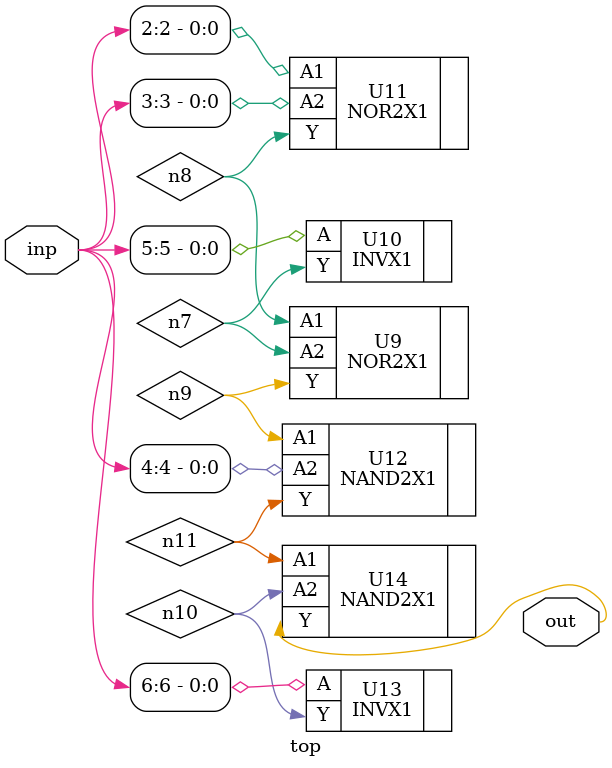
<source format=sv>


module top ( inp, out );
  input [6:0] inp;
  output out;
  wire   n7, n8, n9, n10, n11;

  NOR2X1 U9 ( .A1(n8), .A2(n7), .Y(n9) );
  INVX1 U10 ( .A(inp[5]), .Y(n7) );
  NOR2X1 U11 ( .A1(inp[2]), .A2(inp[3]), .Y(n8) );
  NAND2X1 U12 ( .A1(n9), .A2(inp[4]), .Y(n11) );
  INVX1 U13 ( .A(inp[6]), .Y(n10) );
  NAND2X1 U14 ( .A1(n11), .A2(n10), .Y(out) );
endmodule


</source>
